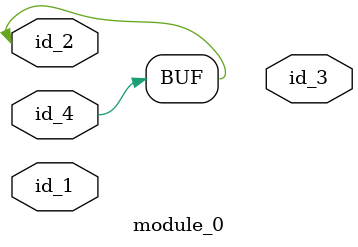
<source format=v>
module module_0 (
    id_1,
    id_2,
    id_3,
    id_4
);
  input id_4;
  output id_3;
  inout id_2;
  inout id_1;
  assign id_2 = id_4;
endmodule

</source>
